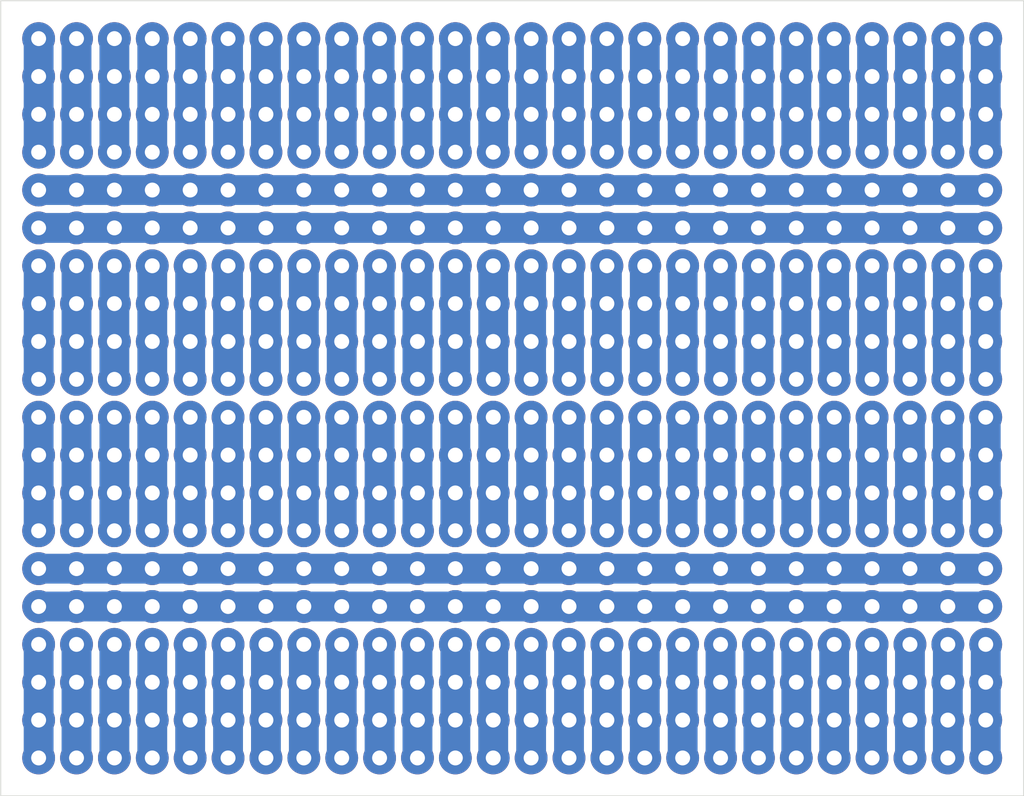
<source format=kicad_pcb>
(kicad_pcb (version 20171130) (host pcbnew "(5.1.8)-1")

  (general
    (thickness 1.6)
    (drawings 5)
    (tracks 628)
    (zones 0)
    (modules 0)
    (nets 1)
  )

  (page A4 portrait)
  (layers
    (0 F.Cu signal)
    (31 B.Cu signal)
    (32 B.Adhes user)
    (33 F.Adhes user)
    (34 B.Paste user)
    (35 F.Paste user)
    (36 B.SilkS user)
    (37 F.SilkS user)
    (38 B.Mask user)
    (39 F.Mask user)
    (40 Dwgs.User user)
    (41 Cmts.User user)
    (42 Eco1.User user)
    (43 Eco2.User user)
    (44 Edge.Cuts user)
    (45 Margin user)
    (46 B.CrtYd user)
    (47 F.CrtYd user)
    (48 B.Fab user)
    (49 F.Fab user)
  )

  (setup
    (last_trace_width 2)
    (user_trace_width 2)
    (trace_clearance 0.2)
    (zone_clearance 0.508)
    (zone_45_only no)
    (trace_min 0.2)
    (via_size 0.8)
    (via_drill 0.4)
    (via_min_size 0.4)
    (via_min_drill 0.3)
    (user_via 2.2 1)
    (uvia_size 0.3)
    (uvia_drill 0.1)
    (uvias_allowed no)
    (uvia_min_size 0.2)
    (uvia_min_drill 0.1)
    (edge_width 0.05)
    (segment_width 0.2)
    (pcb_text_width 0.3)
    (pcb_text_size 1.5 1.5)
    (mod_edge_width 0.12)
    (mod_text_size 1 1)
    (mod_text_width 0.15)
    (pad_size 1.524 1.524)
    (pad_drill 0.762)
    (pad_to_mask_clearance 0)
    (aux_axis_origin 0 0)
    (visible_elements FFFFFF7F)
    (pcbplotparams
      (layerselection 0x010f0_ffffffff)
      (usegerberextensions false)
      (usegerberattributes true)
      (usegerberadvancedattributes true)
      (creategerberjobfile true)
      (excludeedgelayer true)
      (linewidth 0.100000)
      (plotframeref false)
      (viasonmask false)
      (mode 1)
      (useauxorigin false)
      (hpglpennumber 1)
      (hpglpenspeed 20)
      (hpglpendiameter 15.000000)
      (psnegative false)
      (psa4output false)
      (plotreference true)
      (plotvalue true)
      (plotinvisibletext false)
      (padsonsilk false)
      (subtractmaskfromsilk false)
      (outputformat 1)
      (mirror false)
      (drillshape 0)
      (scaleselection 1)
      (outputdirectory "gerber/"))
  )

  (net 0 "")

  (net_class Default "This is the default net class."
    (clearance 0.2)
    (trace_width 0.25)
    (via_dia 0.8)
    (via_drill 0.4)
    (uvia_dia 0.3)
    (uvia_drill 0.1)
  )

  (gr_poly (pts (xy 119.38 78.74) (xy 50.8 78.74) (xy 50.8 25.4) (xy 119.38 25.4)) (layer B.Mask) (width 0.1))
  (gr_line (start 50.8 78.74) (end 50.8 25.4) (layer Edge.Cuts) (width 0.05) (tstamp 61F0B2BC))
  (gr_line (start 119.38 78.74) (end 50.8 78.74) (layer Edge.Cuts) (width 0.05))
  (gr_line (start 119.38 25.4) (end 119.38 78.74) (layer Edge.Cuts) (width 0.05))
  (gr_line (start 50.8 25.4) (end 119.38 25.4) (layer Edge.Cuts) (width 0.05))

  (via (at 53.34 76.2) (size 2.2) (drill 1) (layers F.Cu B.Cu) (net 0))
  (via (at 53.34 73.66) (size 2.2) (drill 1) (layers F.Cu B.Cu) (net 0))
  (via (at 53.34 71.12) (size 2.2) (drill 1) (layers F.Cu B.Cu) (net 0))
  (via (at 53.34 68.58) (size 2.2) (drill 1) (layers F.Cu B.Cu) (net 0))
  (via (at 53.34 66.04) (size 2.2) (drill 1) (layers F.Cu B.Cu) (net 0))
  (via (at 53.34 63.5) (size 2.2) (drill 1) (layers F.Cu B.Cu) (net 0))
  (via (at 53.34 60.96) (size 2.2) (drill 1) (layers F.Cu B.Cu) (net 0))
  (via (at 53.34 58.42) (size 2.2) (drill 1) (layers F.Cu B.Cu) (net 0))
  (via (at 53.34 55.88) (size 2.2) (drill 1) (layers F.Cu B.Cu) (net 0))
  (via (at 53.34 53.34) (size 2.2) (drill 1) (layers F.Cu B.Cu) (net 0))
  (via (at 53.34 50.8) (size 2.2) (drill 1) (layers F.Cu B.Cu) (net 0))
  (via (at 53.34 48.26) (size 2.2) (drill 1) (layers F.Cu B.Cu) (net 0))
  (via (at 53.34 45.72) (size 2.2) (drill 1) (layers F.Cu B.Cu) (net 0))
  (via (at 53.34 43.18) (size 2.2) (drill 1) (layers F.Cu B.Cu) (net 0))
  (via (at 53.34 40.64) (size 2.2) (drill 1) (layers F.Cu B.Cu) (net 0))
  (via (at 53.34 38.1) (size 2.2) (drill 1) (layers F.Cu B.Cu) (net 0))
  (via (at 53.34 35.56) (size 2.2) (drill 1) (layers F.Cu B.Cu) (net 0))
  (via (at 53.34 33.02) (size 2.2) (drill 1) (layers F.Cu B.Cu) (net 0))
  (via (at 53.34 30.48) (size 2.2) (drill 1) (layers F.Cu B.Cu) (net 0))
  (via (at 53.34 27.94) (size 2.2) (drill 1) (layers F.Cu B.Cu) (net 0))
  (segment (start 53.34 68.58) (end 53.34 76.2) (width 2) (layer B.Cu) (net 0))
  (segment (start 53.34 66.04) (end 116.84 66.04) (width 2) (layer B.Cu) (net 0))
  (segment (start 53.34 63.5) (end 116.84 63.5) (width 2) (layer B.Cu) (net 0))
  (segment (start 53.34 60.96) (end 53.34 53.34) (width 2) (layer B.Cu) (net 0))
  (segment (start 53.34 40.64) (end 116.84 40.64) (width 2) (layer B.Cu) (net 0) (tstamp 61F0B2BF))
  (segment (start 53.34 38.1) (end 116.84 38.1) (width 2) (layer B.Cu) (net 0) (tstamp 61F0B2BF))
  (segment (start 53.34 43.18) (end 53.34 50.8) (width 2) (layer B.Cu) (net 0))
  (segment (start 53.34 27.94) (end 53.34 35.56) (width 2) (layer B.Cu) (net 0))
  (via (at 55.88 45.72) (size 2.2) (drill 1) (layers F.Cu B.Cu) (net 0) (tstamp 61F0B2C8))
  (via (at 55.88 50.8) (size 2.2) (drill 1) (layers F.Cu B.Cu) (net 0) (tstamp 61F0B2C9))
  (via (at 55.88 38.1) (size 2.2) (drill 1) (layers F.Cu B.Cu) (net 0) (tstamp 61F0B2CA))
  (via (at 55.88 58.42) (size 2.2) (drill 1) (layers F.Cu B.Cu) (net 0) (tstamp 61F0B2CB))
  (via (at 55.88 27.94) (size 2.2) (drill 1) (layers F.Cu B.Cu) (net 0) (tstamp 61F0B2CC))
  (via (at 55.88 33.02) (size 2.2) (drill 1) (layers F.Cu B.Cu) (net 0) (tstamp 61F0B2CD))
  (via (at 55.88 35.56) (size 2.2) (drill 1) (layers F.Cu B.Cu) (net 0) (tstamp 61F0B2CE))
  (via (at 55.88 30.48) (size 2.2) (drill 1) (layers F.Cu B.Cu) (net 0) (tstamp 61F0B2CF))
  (via (at 55.88 63.5) (size 2.2) (drill 1) (layers F.Cu B.Cu) (net 0) (tstamp 61F0B2D0))
  (via (at 55.88 60.96) (size 2.2) (drill 1) (layers F.Cu B.Cu) (net 0) (tstamp 61F0B2D1))
  (via (at 55.88 71.12) (size 2.2) (drill 1) (layers F.Cu B.Cu) (net 0) (tstamp 61F0B2D2))
  (via (at 55.88 76.2) (size 2.2) (drill 1) (layers F.Cu B.Cu) (net 0) (tstamp 61F0B2D3))
  (via (at 55.88 68.58) (size 2.2) (drill 1) (layers F.Cu B.Cu) (net 0) (tstamp 61F0B2D4))
  (via (at 55.88 53.34) (size 2.2) (drill 1) (layers F.Cu B.Cu) (net 0) (tstamp 61F0B2D5))
  (via (at 55.88 73.66) (size 2.2) (drill 1) (layers F.Cu B.Cu) (net 0) (tstamp 61F0B2D6))
  (via (at 55.88 40.64) (size 2.2) (drill 1) (layers F.Cu B.Cu) (net 0) (tstamp 61F0B2D7))
  (via (at 55.88 55.88) (size 2.2) (drill 1) (layers F.Cu B.Cu) (net 0) (tstamp 61F0B2D8))
  (via (at 55.88 66.04) (size 2.2) (drill 1) (layers F.Cu B.Cu) (net 0) (tstamp 61F0B2D9))
  (via (at 55.88 48.26) (size 2.2) (drill 1) (layers F.Cu B.Cu) (net 0) (tstamp 61F0B2DA))
  (via (at 55.88 43.18) (size 2.2) (drill 1) (layers F.Cu B.Cu) (net 0) (tstamp 61F0B2DB))
  (segment (start 55.88 27.94) (end 55.88 35.56) (width 2) (layer B.Cu) (net 0) (tstamp 61F0B2DC))
  (segment (start 55.88 60.96) (end 55.88 53.34) (width 2) (layer B.Cu) (net 0) (tstamp 61F0B2DD))
  (segment (start 55.88 68.58) (end 55.88 76.2) (width 2) (layer B.Cu) (net 0) (tstamp 61F0B2DE))
  (segment (start 55.88 43.18) (end 55.88 50.8) (width 2) (layer B.Cu) (net 0) (tstamp 61F0B2DF))
  (via (at 58.42 45.72) (size 2.2) (drill 1) (layers F.Cu B.Cu) (net 0) (tstamp 61F0B2C8))
  (via (at 58.42 50.8) (size 2.2) (drill 1) (layers F.Cu B.Cu) (net 0) (tstamp 61F0B2C9))
  (via (at 58.42 38.1) (size 2.2) (drill 1) (layers F.Cu B.Cu) (net 0) (tstamp 61F0B2CA))
  (via (at 58.42 58.42) (size 2.2) (drill 1) (layers F.Cu B.Cu) (net 0) (tstamp 61F0B2CB))
  (via (at 58.42 27.94) (size 2.2) (drill 1) (layers F.Cu B.Cu) (net 0) (tstamp 61F0B2CC))
  (via (at 58.42 33.02) (size 2.2) (drill 1) (layers F.Cu B.Cu) (net 0) (tstamp 61F0B2CD))
  (via (at 58.42 35.56) (size 2.2) (drill 1) (layers F.Cu B.Cu) (net 0) (tstamp 61F0B2CE))
  (via (at 58.42 30.48) (size 2.2) (drill 1) (layers F.Cu B.Cu) (net 0) (tstamp 61F0B2CF))
  (via (at 58.42 63.5) (size 2.2) (drill 1) (layers F.Cu B.Cu) (net 0) (tstamp 61F0B2D0))
  (via (at 58.42 60.96) (size 2.2) (drill 1) (layers F.Cu B.Cu) (net 0) (tstamp 61F0B2D1))
  (via (at 58.42 71.12) (size 2.2) (drill 1) (layers F.Cu B.Cu) (net 0) (tstamp 61F0B2D2))
  (via (at 58.42 76.2) (size 2.2) (drill 1) (layers F.Cu B.Cu) (net 0) (tstamp 61F0B2D3))
  (via (at 58.42 68.58) (size 2.2) (drill 1) (layers F.Cu B.Cu) (net 0) (tstamp 61F0B2D4))
  (via (at 58.42 53.34) (size 2.2) (drill 1) (layers F.Cu B.Cu) (net 0) (tstamp 61F0B2D5))
  (via (at 58.42 73.66) (size 2.2) (drill 1) (layers F.Cu B.Cu) (net 0) (tstamp 61F0B2D6))
  (via (at 58.42 40.64) (size 2.2) (drill 1) (layers F.Cu B.Cu) (net 0) (tstamp 61F0B2D7))
  (via (at 58.42 55.88) (size 2.2) (drill 1) (layers F.Cu B.Cu) (net 0) (tstamp 61F0B2D8))
  (via (at 58.42 66.04) (size 2.2) (drill 1) (layers F.Cu B.Cu) (net 0) (tstamp 61F0B2D9))
  (via (at 58.42 48.26) (size 2.2) (drill 1) (layers F.Cu B.Cu) (net 0) (tstamp 61F0B2DA))
  (via (at 58.42 43.18) (size 2.2) (drill 1) (layers F.Cu B.Cu) (net 0) (tstamp 61F0B2DB))
  (segment (start 58.42 27.94) (end 58.42 35.56) (width 2) (layer B.Cu) (net 0) (tstamp 61F0B2DC))
  (segment (start 58.42 60.96) (end 58.42 53.34) (width 2) (layer B.Cu) (net 0) (tstamp 61F0B2DD))
  (segment (start 58.42 68.58) (end 58.42 76.2) (width 2) (layer B.Cu) (net 0) (tstamp 61F0B2DE))
  (segment (start 58.42 43.18) (end 58.42 50.8) (width 2) (layer B.Cu) (net 0) (tstamp 61F0B2DF))
  (via (at 60.96 45.72) (size 2.2) (drill 1) (layers F.Cu B.Cu) (net 0) (tstamp 61F0B2C8))
  (via (at 60.96 50.8) (size 2.2) (drill 1) (layers F.Cu B.Cu) (net 0) (tstamp 61F0B2C9))
  (via (at 60.96 38.1) (size 2.2) (drill 1) (layers F.Cu B.Cu) (net 0) (tstamp 61F0B2CA))
  (via (at 60.96 58.42) (size 2.2) (drill 1) (layers F.Cu B.Cu) (net 0) (tstamp 61F0B2CB))
  (via (at 60.96 27.94) (size 2.2) (drill 1) (layers F.Cu B.Cu) (net 0) (tstamp 61F0B2CC))
  (via (at 60.96 33.02) (size 2.2) (drill 1) (layers F.Cu B.Cu) (net 0) (tstamp 61F0B2CD))
  (via (at 60.96 35.56) (size 2.2) (drill 1) (layers F.Cu B.Cu) (net 0) (tstamp 61F0B2CE))
  (via (at 60.96 30.48) (size 2.2) (drill 1) (layers F.Cu B.Cu) (net 0) (tstamp 61F0B2CF))
  (via (at 60.96 63.5) (size 2.2) (drill 1) (layers F.Cu B.Cu) (net 0) (tstamp 61F0B2D0))
  (via (at 60.96 60.96) (size 2.2) (drill 1) (layers F.Cu B.Cu) (net 0) (tstamp 61F0B2D1))
  (via (at 60.96 71.12) (size 2.2) (drill 1) (layers F.Cu B.Cu) (net 0) (tstamp 61F0B2D2))
  (via (at 60.96 76.2) (size 2.2) (drill 1) (layers F.Cu B.Cu) (net 0) (tstamp 61F0B2D3))
  (via (at 60.96 68.58) (size 2.2) (drill 1) (layers F.Cu B.Cu) (net 0) (tstamp 61F0B2D4))
  (via (at 60.96 53.34) (size 2.2) (drill 1) (layers F.Cu B.Cu) (net 0) (tstamp 61F0B2D5))
  (via (at 60.96 73.66) (size 2.2) (drill 1) (layers F.Cu B.Cu) (net 0) (tstamp 61F0B2D6))
  (via (at 60.96 40.64) (size 2.2) (drill 1) (layers F.Cu B.Cu) (net 0) (tstamp 61F0B2D7))
  (via (at 60.96 55.88) (size 2.2) (drill 1) (layers F.Cu B.Cu) (net 0) (tstamp 61F0B2D8))
  (via (at 60.96 66.04) (size 2.2) (drill 1) (layers F.Cu B.Cu) (net 0) (tstamp 61F0B2D9))
  (via (at 60.96 48.26) (size 2.2) (drill 1) (layers F.Cu B.Cu) (net 0) (tstamp 61F0B2DA))
  (via (at 60.96 43.18) (size 2.2) (drill 1) (layers F.Cu B.Cu) (net 0) (tstamp 61F0B2DB))
  (segment (start 60.96 27.94) (end 60.96 35.56) (width 2) (layer B.Cu) (net 0) (tstamp 61F0B2DC))
  (segment (start 60.96 60.96) (end 60.96 53.34) (width 2) (layer B.Cu) (net 0) (tstamp 61F0B2DD))
  (segment (start 60.96 68.58) (end 60.96 76.2) (width 2) (layer B.Cu) (net 0) (tstamp 61F0B2DE))
  (segment (start 60.96 43.18) (end 60.96 50.8) (width 2) (layer B.Cu) (net 0) (tstamp 61F0B2DF))
  (via (at 68.58 33.02) (size 2.2) (drill 1) (layers F.Cu B.Cu) (net 0) (tstamp 61F0B329))
  (via (at 63.5 45.72) (size 2.2) (drill 1) (layers F.Cu B.Cu) (net 0) (tstamp 61F0B32A))
  (via (at 63.5 50.8) (size 2.2) (drill 1) (layers F.Cu B.Cu) (net 0) (tstamp 61F0B32B))
  (via (at 68.58 68.58) (size 2.2) (drill 1) (layers F.Cu B.Cu) (net 0) (tstamp 61F0B32C))
  (via (at 71.12 58.42) (size 2.2) (drill 1) (layers F.Cu B.Cu) (net 0) (tstamp 61F0B32D))
  (via (at 66.04 55.88) (size 2.2) (drill 1) (layers F.Cu B.Cu) (net 0) (tstamp 61F0B32E))
  (via (at 63.5 38.1) (size 2.2) (drill 1) (layers F.Cu B.Cu) (net 0) (tstamp 61F0B32F))
  (via (at 68.58 60.96) (size 2.2) (drill 1) (layers F.Cu B.Cu) (net 0) (tstamp 61F0B330))
  (via (at 63.5 58.42) (size 2.2) (drill 1) (layers F.Cu B.Cu) (net 0) (tstamp 61F0B331))
  (via (at 68.58 71.12) (size 2.2) (drill 1) (layers F.Cu B.Cu) (net 0) (tstamp 61F0B332))
  (via (at 66.04 76.2) (size 2.2) (drill 1) (layers F.Cu B.Cu) (net 0) (tstamp 61F0B333))
  (via (at 66.04 53.34) (size 2.2) (drill 1) (layers F.Cu B.Cu) (net 0) (tstamp 61F0B334))
  (via (at 66.04 40.64) (size 2.2) (drill 1) (layers F.Cu B.Cu) (net 0) (tstamp 61F0B335))
  (via (at 68.58 27.94) (size 2.2) (drill 1) (layers F.Cu B.Cu) (net 0) (tstamp 61F0B336))
  (via (at 71.12 38.1) (size 2.2) (drill 1) (layers F.Cu B.Cu) (net 0) (tstamp 61F0B337))
  (via (at 71.12 73.66) (size 2.2) (drill 1) (layers F.Cu B.Cu) (net 0) (tstamp 61F0B338))
  (via (at 71.12 27.94) (size 2.2) (drill 1) (layers F.Cu B.Cu) (net 0) (tstamp 61F0B339))
  (via (at 71.12 55.88) (size 2.2) (drill 1) (layers F.Cu B.Cu) (net 0) (tstamp 61F0B33A))
  (via (at 63.5 27.94) (size 2.2) (drill 1) (layers F.Cu B.Cu) (net 0) (tstamp 61F0B33B))
  (via (at 71.12 35.56) (size 2.2) (drill 1) (layers F.Cu B.Cu) (net 0) (tstamp 61F0B33C))
  (via (at 71.12 33.02) (size 2.2) (drill 1) (layers F.Cu B.Cu) (net 0) (tstamp 61F0B33D))
  (via (at 71.12 30.48) (size 2.2) (drill 1) (layers F.Cu B.Cu) (net 0) (tstamp 61F0B33E))
  (via (at 71.12 71.12) (size 2.2) (drill 1) (layers F.Cu B.Cu) (net 0) (tstamp 61F0B33F))
  (via (at 71.12 60.96) (size 2.2) (drill 1) (layers F.Cu B.Cu) (net 0) (tstamp 61F0B340))
  (via (at 71.12 45.72) (size 2.2) (drill 1) (layers F.Cu B.Cu) (net 0) (tstamp 61F0B341))
  (via (at 71.12 53.34) (size 2.2) (drill 1) (layers F.Cu B.Cu) (net 0) (tstamp 61F0B342))
  (via (at 68.58 43.18) (size 2.2) (drill 1) (layers F.Cu B.Cu) (net 0) (tstamp 61F0B343))
  (via (at 71.12 76.2) (size 2.2) (drill 1) (layers F.Cu B.Cu) (net 0) (tstamp 61F0B344))
  (via (at 71.12 50.8) (size 2.2) (drill 1) (layers F.Cu B.Cu) (net 0) (tstamp 61F0B345))
  (via (at 71.12 68.58) (size 2.2) (drill 1) (layers F.Cu B.Cu) (net 0) (tstamp 61F0B346))
  (via (at 71.12 63.5) (size 2.2) (drill 1) (layers F.Cu B.Cu) (net 0) (tstamp 61F0B347))
  (via (at 71.12 66.04) (size 2.2) (drill 1) (layers F.Cu B.Cu) (net 0) (tstamp 61F0B348))
  (via (at 66.04 27.94) (size 2.2) (drill 1) (layers F.Cu B.Cu) (net 0) (tstamp 61F0B349))
  (via (at 68.58 45.72) (size 2.2) (drill 1) (layers F.Cu B.Cu) (net 0) (tstamp 61F0B34A))
  (via (at 68.58 63.5) (size 2.2) (drill 1) (layers F.Cu B.Cu) (net 0) (tstamp 61F0B34B))
  (via (at 63.5 33.02) (size 2.2) (drill 1) (layers F.Cu B.Cu) (net 0) (tstamp 61F0B34C))
  (via (at 68.58 40.64) (size 2.2) (drill 1) (layers F.Cu B.Cu) (net 0) (tstamp 61F0B34D))
  (via (at 63.5 35.56) (size 2.2) (drill 1) (layers F.Cu B.Cu) (net 0) (tstamp 61F0B34E))
  (via (at 68.58 66.04) (size 2.2) (drill 1) (layers F.Cu B.Cu) (net 0) (tstamp 61F0B34F))
  (via (at 63.5 30.48) (size 2.2) (drill 1) (layers F.Cu B.Cu) (net 0) (tstamp 61F0B350))
  (via (at 68.58 76.2) (size 2.2) (drill 1) (layers F.Cu B.Cu) (net 0) (tstamp 61F0B351))
  (via (at 68.58 38.1) (size 2.2) (drill 1) (layers F.Cu B.Cu) (net 0) (tstamp 61F0B352))
  (via (at 66.04 68.58) (size 2.2) (drill 1) (layers F.Cu B.Cu) (net 0) (tstamp 61F0B353))
  (via (at 66.04 73.66) (size 2.2) (drill 1) (layers F.Cu B.Cu) (net 0) (tstamp 61F0B354))
  (via (at 68.58 50.8) (size 2.2) (drill 1) (layers F.Cu B.Cu) (net 0) (tstamp 61F0B355))
  (via (at 63.5 63.5) (size 2.2) (drill 1) (layers F.Cu B.Cu) (net 0) (tstamp 61F0B356))
  (via (at 63.5 60.96) (size 2.2) (drill 1) (layers F.Cu B.Cu) (net 0) (tstamp 61F0B357))
  (via (at 68.58 53.34) (size 2.2) (drill 1) (layers F.Cu B.Cu) (net 0) (tstamp 61F0B358))
  (via (at 68.58 73.66) (size 2.2) (drill 1) (layers F.Cu B.Cu) (net 0) (tstamp 61F0B359))
  (via (at 68.58 48.26) (size 2.2) (drill 1) (layers F.Cu B.Cu) (net 0) (tstamp 61F0B35A))
  (via (at 66.04 43.18) (size 2.2) (drill 1) (layers F.Cu B.Cu) (net 0) (tstamp 61F0B35B))
  (via (at 71.12 43.18) (size 2.2) (drill 1) (layers F.Cu B.Cu) (net 0) (tstamp 61F0B35C))
  (via (at 63.5 71.12) (size 2.2) (drill 1) (layers F.Cu B.Cu) (net 0) (tstamp 61F0B35D))
  (via (at 68.58 35.56) (size 2.2) (drill 1) (layers F.Cu B.Cu) (net 0) (tstamp 61F0B35E))
  (via (at 68.58 55.88) (size 2.2) (drill 1) (layers F.Cu B.Cu) (net 0) (tstamp 61F0B35F))
  (via (at 63.5 76.2) (size 2.2) (drill 1) (layers F.Cu B.Cu) (net 0) (tstamp 61F0B360))
  (via (at 66.04 60.96) (size 2.2) (drill 1) (layers F.Cu B.Cu) (net 0) (tstamp 61F0B361))
  (via (at 66.04 48.26) (size 2.2) (drill 1) (layers F.Cu B.Cu) (net 0) (tstamp 61F0B362))
  (via (at 66.04 35.56) (size 2.2) (drill 1) (layers F.Cu B.Cu) (net 0) (tstamp 61F0B363))
  (via (at 66.04 30.48) (size 2.2) (drill 1) (layers F.Cu B.Cu) (net 0) (tstamp 61F0B364))
  (via (at 63.5 68.58) (size 2.2) (drill 1) (layers F.Cu B.Cu) (net 0) (tstamp 61F0B365))
  (via (at 66.04 71.12) (size 2.2) (drill 1) (layers F.Cu B.Cu) (net 0) (tstamp 61F0B366))
  (via (at 63.5 53.34) (size 2.2) (drill 1) (layers F.Cu B.Cu) (net 0) (tstamp 61F0B367))
  (via (at 63.5 73.66) (size 2.2) (drill 1) (layers F.Cu B.Cu) (net 0) (tstamp 61F0B368))
  (via (at 66.04 63.5) (size 2.2) (drill 1) (layers F.Cu B.Cu) (net 0) (tstamp 61F0B369))
  (via (at 68.58 58.42) (size 2.2) (drill 1) (layers F.Cu B.Cu) (net 0) (tstamp 61F0B36A))
  (via (at 66.04 66.04) (size 2.2) (drill 1) (layers F.Cu B.Cu) (net 0) (tstamp 61F0B36B))
  (via (at 63.5 40.64) (size 2.2) (drill 1) (layers F.Cu B.Cu) (net 0) (tstamp 61F0B36C))
  (via (at 66.04 58.42) (size 2.2) (drill 1) (layers F.Cu B.Cu) (net 0) (tstamp 61F0B36D))
  (via (at 71.12 40.64) (size 2.2) (drill 1) (layers F.Cu B.Cu) (net 0) (tstamp 61F0B36E))
  (via (at 63.5 55.88) (size 2.2) (drill 1) (layers F.Cu B.Cu) (net 0) (tstamp 61F0B36F))
  (via (at 68.58 30.48) (size 2.2) (drill 1) (layers F.Cu B.Cu) (net 0) (tstamp 61F0B370))
  (via (at 66.04 50.8) (size 2.2) (drill 1) (layers F.Cu B.Cu) (net 0) (tstamp 61F0B371))
  (via (at 63.5 66.04) (size 2.2) (drill 1) (layers F.Cu B.Cu) (net 0) (tstamp 61F0B372))
  (via (at 71.12 48.26) (size 2.2) (drill 1) (layers F.Cu B.Cu) (net 0) (tstamp 61F0B373))
  (via (at 66.04 38.1) (size 2.2) (drill 1) (layers F.Cu B.Cu) (net 0) (tstamp 61F0B374))
  (via (at 63.5 48.26) (size 2.2) (drill 1) (layers F.Cu B.Cu) (net 0) (tstamp 61F0B375))
  (via (at 63.5 43.18) (size 2.2) (drill 1) (layers F.Cu B.Cu) (net 0) (tstamp 61F0B376))
  (via (at 66.04 33.02) (size 2.2) (drill 1) (layers F.Cu B.Cu) (net 0) (tstamp 61F0B377))
  (via (at 66.04 45.72) (size 2.2) (drill 1) (layers F.Cu B.Cu) (net 0) (tstamp 61F0B378))
  (segment (start 68.58 68.58) (end 68.58 76.2) (width 2) (layer B.Cu) (net 0) (tstamp 61F0B379))
  (segment (start 68.58 43.18) (end 68.58 50.8) (width 2) (layer B.Cu) (net 0) (tstamp 61F0B37A))
  (segment (start 68.58 60.96) (end 68.58 53.34) (width 2) (layer B.Cu) (net 0) (tstamp 61F0B37B))
  (segment (start 68.58 27.94) (end 68.58 35.56) (width 2) (layer B.Cu) (net 0) (tstamp 61F0B37C))
  (segment (start 71.12 68.58) (end 71.12 76.2) (width 2) (layer B.Cu) (net 0) (tstamp 61F0B37D))
  (segment (start 71.12 43.18) (end 71.12 50.8) (width 2) (layer B.Cu) (net 0) (tstamp 61F0B37E))
  (segment (start 71.12 60.96) (end 71.12 53.34) (width 2) (layer B.Cu) (net 0) (tstamp 61F0B37F))
  (segment (start 63.5 27.94) (end 63.5 35.56) (width 2) (layer B.Cu) (net 0) (tstamp 61F0B380))
  (segment (start 66.04 60.96) (end 66.04 53.34) (width 2) (layer B.Cu) (net 0) (tstamp 61F0B381))
  (segment (start 66.04 43.18) (end 66.04 50.8) (width 2) (layer B.Cu) (net 0) (tstamp 61F0B382))
  (segment (start 66.04 68.58) (end 66.04 76.2) (width 2) (layer B.Cu) (net 0) (tstamp 61F0B383))
  (segment (start 63.5 60.96) (end 63.5 53.34) (width 2) (layer B.Cu) (net 0) (tstamp 61F0B384))
  (segment (start 63.5 68.58) (end 63.5 76.2) (width 2) (layer B.Cu) (net 0) (tstamp 61F0B385))
  (segment (start 71.12 27.94) (end 71.12 35.56) (width 2) (layer B.Cu) (net 0) (tstamp 61F0B386))
  (segment (start 63.5 43.18) (end 63.5 50.8) (width 2) (layer B.Cu) (net 0) (tstamp 61F0B387))
  (segment (start 66.04 27.94) (end 66.04 35.56) (width 2) (layer B.Cu) (net 0) (tstamp 61F0B388))
  (via (at 78.74 33.02) (size 2.2) (drill 1) (layers F.Cu B.Cu) (net 0) (tstamp 61F0B329))
  (via (at 73.66 45.72) (size 2.2) (drill 1) (layers F.Cu B.Cu) (net 0) (tstamp 61F0B32A))
  (via (at 73.66 50.8) (size 2.2) (drill 1) (layers F.Cu B.Cu) (net 0) (tstamp 61F0B32B))
  (via (at 78.74 68.58) (size 2.2) (drill 1) (layers F.Cu B.Cu) (net 0) (tstamp 61F0B32C))
  (via (at 81.28 58.42) (size 2.2) (drill 1) (layers F.Cu B.Cu) (net 0) (tstamp 61F0B32D))
  (via (at 76.2 55.88) (size 2.2) (drill 1) (layers F.Cu B.Cu) (net 0) (tstamp 61F0B32E))
  (via (at 73.66 38.1) (size 2.2) (drill 1) (layers F.Cu B.Cu) (net 0) (tstamp 61F0B32F))
  (via (at 78.74 60.96) (size 2.2) (drill 1) (layers F.Cu B.Cu) (net 0) (tstamp 61F0B330))
  (via (at 73.66 58.42) (size 2.2) (drill 1) (layers F.Cu B.Cu) (net 0) (tstamp 61F0B331))
  (via (at 78.74 71.12) (size 2.2) (drill 1) (layers F.Cu B.Cu) (net 0) (tstamp 61F0B332))
  (via (at 76.2 76.2) (size 2.2) (drill 1) (layers F.Cu B.Cu) (net 0) (tstamp 61F0B333))
  (via (at 76.2 53.34) (size 2.2) (drill 1) (layers F.Cu B.Cu) (net 0) (tstamp 61F0B334))
  (via (at 76.2 40.64) (size 2.2) (drill 1) (layers F.Cu B.Cu) (net 0) (tstamp 61F0B335))
  (via (at 78.74 27.94) (size 2.2) (drill 1) (layers F.Cu B.Cu) (net 0) (tstamp 61F0B336))
  (via (at 81.28 38.1) (size 2.2) (drill 1) (layers F.Cu B.Cu) (net 0) (tstamp 61F0B337))
  (via (at 81.28 73.66) (size 2.2) (drill 1) (layers F.Cu B.Cu) (net 0) (tstamp 61F0B338))
  (via (at 81.28 27.94) (size 2.2) (drill 1) (layers F.Cu B.Cu) (net 0) (tstamp 61F0B339))
  (via (at 81.28 55.88) (size 2.2) (drill 1) (layers F.Cu B.Cu) (net 0) (tstamp 61F0B33A))
  (via (at 73.66 27.94) (size 2.2) (drill 1) (layers F.Cu B.Cu) (net 0) (tstamp 61F0B33B))
  (via (at 81.28 35.56) (size 2.2) (drill 1) (layers F.Cu B.Cu) (net 0) (tstamp 61F0B33C))
  (via (at 81.28 33.02) (size 2.2) (drill 1) (layers F.Cu B.Cu) (net 0) (tstamp 61F0B33D))
  (via (at 81.28 30.48) (size 2.2) (drill 1) (layers F.Cu B.Cu) (net 0) (tstamp 61F0B33E))
  (via (at 81.28 71.12) (size 2.2) (drill 1) (layers F.Cu B.Cu) (net 0) (tstamp 61F0B33F))
  (via (at 81.28 60.96) (size 2.2) (drill 1) (layers F.Cu B.Cu) (net 0) (tstamp 61F0B340))
  (via (at 81.28 45.72) (size 2.2) (drill 1) (layers F.Cu B.Cu) (net 0) (tstamp 61F0B341))
  (via (at 81.28 53.34) (size 2.2) (drill 1) (layers F.Cu B.Cu) (net 0) (tstamp 61F0B342))
  (via (at 78.74 43.18) (size 2.2) (drill 1) (layers F.Cu B.Cu) (net 0) (tstamp 61F0B343))
  (via (at 81.28 76.2) (size 2.2) (drill 1) (layers F.Cu B.Cu) (net 0) (tstamp 61F0B344))
  (via (at 81.28 50.8) (size 2.2) (drill 1) (layers F.Cu B.Cu) (net 0) (tstamp 61F0B345))
  (via (at 81.28 68.58) (size 2.2) (drill 1) (layers F.Cu B.Cu) (net 0) (tstamp 61F0B346))
  (via (at 81.28 63.5) (size 2.2) (drill 1) (layers F.Cu B.Cu) (net 0) (tstamp 61F0B347))
  (via (at 81.28 66.04) (size 2.2) (drill 1) (layers F.Cu B.Cu) (net 0) (tstamp 61F0B348))
  (via (at 76.2 27.94) (size 2.2) (drill 1) (layers F.Cu B.Cu) (net 0) (tstamp 61F0B349))
  (via (at 78.74 45.72) (size 2.2) (drill 1) (layers F.Cu B.Cu) (net 0) (tstamp 61F0B34A))
  (via (at 78.74 63.5) (size 2.2) (drill 1) (layers F.Cu B.Cu) (net 0) (tstamp 61F0B34B))
  (via (at 73.66 33.02) (size 2.2) (drill 1) (layers F.Cu B.Cu) (net 0) (tstamp 61F0B34C))
  (via (at 78.74 40.64) (size 2.2) (drill 1) (layers F.Cu B.Cu) (net 0) (tstamp 61F0B34D))
  (via (at 73.66 35.56) (size 2.2) (drill 1) (layers F.Cu B.Cu) (net 0) (tstamp 61F0B34E))
  (via (at 78.74 66.04) (size 2.2) (drill 1) (layers F.Cu B.Cu) (net 0) (tstamp 61F0B34F))
  (via (at 73.66 30.48) (size 2.2) (drill 1) (layers F.Cu B.Cu) (net 0) (tstamp 61F0B350))
  (via (at 78.74 76.2) (size 2.2) (drill 1) (layers F.Cu B.Cu) (net 0) (tstamp 61F0B351))
  (via (at 78.74 38.1) (size 2.2) (drill 1) (layers F.Cu B.Cu) (net 0) (tstamp 61F0B352))
  (via (at 76.2 68.58) (size 2.2) (drill 1) (layers F.Cu B.Cu) (net 0) (tstamp 61F0B353))
  (via (at 76.2 73.66) (size 2.2) (drill 1) (layers F.Cu B.Cu) (net 0) (tstamp 61F0B354))
  (via (at 78.74 50.8) (size 2.2) (drill 1) (layers F.Cu B.Cu) (net 0) (tstamp 61F0B355))
  (via (at 73.66 63.5) (size 2.2) (drill 1) (layers F.Cu B.Cu) (net 0) (tstamp 61F0B356))
  (via (at 73.66 60.96) (size 2.2) (drill 1) (layers F.Cu B.Cu) (net 0) (tstamp 61F0B357))
  (via (at 78.74 53.34) (size 2.2) (drill 1) (layers F.Cu B.Cu) (net 0) (tstamp 61F0B358))
  (via (at 78.74 73.66) (size 2.2) (drill 1) (layers F.Cu B.Cu) (net 0) (tstamp 61F0B359))
  (via (at 78.74 48.26) (size 2.2) (drill 1) (layers F.Cu B.Cu) (net 0) (tstamp 61F0B35A))
  (via (at 76.2 43.18) (size 2.2) (drill 1) (layers F.Cu B.Cu) (net 0) (tstamp 61F0B35B))
  (via (at 81.28 43.18) (size 2.2) (drill 1) (layers F.Cu B.Cu) (net 0) (tstamp 61F0B35C))
  (via (at 73.66 71.12) (size 2.2) (drill 1) (layers F.Cu B.Cu) (net 0) (tstamp 61F0B35D))
  (via (at 78.74 35.56) (size 2.2) (drill 1) (layers F.Cu B.Cu) (net 0) (tstamp 61F0B35E))
  (via (at 78.74 55.88) (size 2.2) (drill 1) (layers F.Cu B.Cu) (net 0) (tstamp 61F0B35F))
  (via (at 73.66 76.2) (size 2.2) (drill 1) (layers F.Cu B.Cu) (net 0) (tstamp 61F0B360))
  (via (at 76.2 60.96) (size 2.2) (drill 1) (layers F.Cu B.Cu) (net 0) (tstamp 61F0B361))
  (via (at 76.2 48.26) (size 2.2) (drill 1) (layers F.Cu B.Cu) (net 0) (tstamp 61F0B362))
  (via (at 76.2 35.56) (size 2.2) (drill 1) (layers F.Cu B.Cu) (net 0) (tstamp 61F0B363))
  (via (at 76.2 30.48) (size 2.2) (drill 1) (layers F.Cu B.Cu) (net 0) (tstamp 61F0B364))
  (via (at 73.66 68.58) (size 2.2) (drill 1) (layers F.Cu B.Cu) (net 0) (tstamp 61F0B365))
  (via (at 76.2 71.12) (size 2.2) (drill 1) (layers F.Cu B.Cu) (net 0) (tstamp 61F0B366))
  (via (at 73.66 53.34) (size 2.2) (drill 1) (layers F.Cu B.Cu) (net 0) (tstamp 61F0B367))
  (via (at 73.66 73.66) (size 2.2) (drill 1) (layers F.Cu B.Cu) (net 0) (tstamp 61F0B368))
  (via (at 76.2 63.5) (size 2.2) (drill 1) (layers F.Cu B.Cu) (net 0) (tstamp 61F0B369))
  (via (at 78.74 58.42) (size 2.2) (drill 1) (layers F.Cu B.Cu) (net 0) (tstamp 61F0B36A))
  (via (at 76.2 66.04) (size 2.2) (drill 1) (layers F.Cu B.Cu) (net 0) (tstamp 61F0B36B))
  (via (at 73.66 40.64) (size 2.2) (drill 1) (layers F.Cu B.Cu) (net 0) (tstamp 61F0B36C))
  (via (at 76.2 58.42) (size 2.2) (drill 1) (layers F.Cu B.Cu) (net 0) (tstamp 61F0B36D))
  (via (at 81.28 40.64) (size 2.2) (drill 1) (layers F.Cu B.Cu) (net 0) (tstamp 61F0B36E))
  (via (at 73.66 55.88) (size 2.2) (drill 1) (layers F.Cu B.Cu) (net 0) (tstamp 61F0B36F))
  (via (at 78.74 30.48) (size 2.2) (drill 1) (layers F.Cu B.Cu) (net 0) (tstamp 61F0B370))
  (via (at 76.2 50.8) (size 2.2) (drill 1) (layers F.Cu B.Cu) (net 0) (tstamp 61F0B371))
  (via (at 73.66 66.04) (size 2.2) (drill 1) (layers F.Cu B.Cu) (net 0) (tstamp 61F0B372))
  (via (at 81.28 48.26) (size 2.2) (drill 1) (layers F.Cu B.Cu) (net 0) (tstamp 61F0B373))
  (via (at 76.2 38.1) (size 2.2) (drill 1) (layers F.Cu B.Cu) (net 0) (tstamp 61F0B374))
  (via (at 73.66 48.26) (size 2.2) (drill 1) (layers F.Cu B.Cu) (net 0) (tstamp 61F0B375))
  (via (at 73.66 43.18) (size 2.2) (drill 1) (layers F.Cu B.Cu) (net 0) (tstamp 61F0B376))
  (via (at 76.2 33.02) (size 2.2) (drill 1) (layers F.Cu B.Cu) (net 0) (tstamp 61F0B377))
  (via (at 76.2 45.72) (size 2.2) (drill 1) (layers F.Cu B.Cu) (net 0) (tstamp 61F0B378))
  (segment (start 78.74 68.58) (end 78.74 76.2) (width 2) (layer B.Cu) (net 0) (tstamp 61F0B379))
  (segment (start 78.74 43.18) (end 78.74 50.8) (width 2) (layer B.Cu) (net 0) (tstamp 61F0B37A))
  (segment (start 78.74 60.96) (end 78.74 53.34) (width 2) (layer B.Cu) (net 0) (tstamp 61F0B37B))
  (segment (start 78.74 27.94) (end 78.74 35.56) (width 2) (layer B.Cu) (net 0) (tstamp 61F0B37C))
  (segment (start 81.28 68.58) (end 81.28 76.2) (width 2) (layer B.Cu) (net 0) (tstamp 61F0B37D))
  (segment (start 81.28 43.18) (end 81.28 50.8) (width 2) (layer B.Cu) (net 0) (tstamp 61F0B37E))
  (segment (start 81.28 60.96) (end 81.28 53.34) (width 2) (layer B.Cu) (net 0) (tstamp 61F0B37F))
  (segment (start 73.66 27.94) (end 73.66 35.56) (width 2) (layer B.Cu) (net 0) (tstamp 61F0B380))
  (segment (start 76.2 60.96) (end 76.2 53.34) (width 2) (layer B.Cu) (net 0) (tstamp 61F0B381))
  (segment (start 76.2 43.18) (end 76.2 50.8) (width 2) (layer B.Cu) (net 0) (tstamp 61F0B382))
  (segment (start 76.2 68.58) (end 76.2 76.2) (width 2) (layer B.Cu) (net 0) (tstamp 61F0B383))
  (segment (start 73.66 60.96) (end 73.66 53.34) (width 2) (layer B.Cu) (net 0) (tstamp 61F0B384))
  (segment (start 73.66 68.58) (end 73.66 76.2) (width 2) (layer B.Cu) (net 0) (tstamp 61F0B385))
  (segment (start 81.28 27.94) (end 81.28 35.56) (width 2) (layer B.Cu) (net 0) (tstamp 61F0B386))
  (segment (start 73.66 43.18) (end 73.66 50.8) (width 2) (layer B.Cu) (net 0) (tstamp 61F0B387))
  (segment (start 76.2 27.94) (end 76.2 35.56) (width 2) (layer B.Cu) (net 0) (tstamp 61F0B388))
  (via (at 88.9 33.02) (size 2.2) (drill 1) (layers F.Cu B.Cu) (net 0) (tstamp 61F0B329))
  (via (at 83.82 45.72) (size 2.2) (drill 1) (layers F.Cu B.Cu) (net 0) (tstamp 61F0B32A))
  (via (at 83.82 50.8) (size 2.2) (drill 1) (layers F.Cu B.Cu) (net 0) (tstamp 61F0B32B))
  (via (at 88.9 68.58) (size 2.2) (drill 1) (layers F.Cu B.Cu) (net 0) (tstamp 61F0B32C))
  (via (at 91.44 58.42) (size 2.2) (drill 1) (layers F.Cu B.Cu) (net 0) (tstamp 61F0B32D))
  (via (at 86.36 55.88) (size 2.2) (drill 1) (layers F.Cu B.Cu) (net 0) (tstamp 61F0B32E))
  (via (at 83.82 38.1) (size 2.2) (drill 1) (layers F.Cu B.Cu) (net 0) (tstamp 61F0B32F))
  (via (at 88.9 60.96) (size 2.2) (drill 1) (layers F.Cu B.Cu) (net 0) (tstamp 61F0B330))
  (via (at 83.82 58.42) (size 2.2) (drill 1) (layers F.Cu B.Cu) (net 0) (tstamp 61F0B331))
  (via (at 88.9 71.12) (size 2.2) (drill 1) (layers F.Cu B.Cu) (net 0) (tstamp 61F0B332))
  (via (at 86.36 76.2) (size 2.2) (drill 1) (layers F.Cu B.Cu) (net 0) (tstamp 61F0B333))
  (via (at 86.36 53.34) (size 2.2) (drill 1) (layers F.Cu B.Cu) (net 0) (tstamp 61F0B334))
  (via (at 86.36 40.64) (size 2.2) (drill 1) (layers F.Cu B.Cu) (net 0) (tstamp 61F0B335))
  (via (at 88.9 27.94) (size 2.2) (drill 1) (layers F.Cu B.Cu) (net 0) (tstamp 61F0B336))
  (via (at 91.44 38.1) (size 2.2) (drill 1) (layers F.Cu B.Cu) (net 0) (tstamp 61F0B337))
  (via (at 91.44 73.66) (size 2.2) (drill 1) (layers F.Cu B.Cu) (net 0) (tstamp 61F0B338))
  (via (at 91.44 27.94) (size 2.2) (drill 1) (layers F.Cu B.Cu) (net 0) (tstamp 61F0B339))
  (via (at 91.44 55.88) (size 2.2) (drill 1) (layers F.Cu B.Cu) (net 0) (tstamp 61F0B33A))
  (via (at 83.82 27.94) (size 2.2) (drill 1) (layers F.Cu B.Cu) (net 0) (tstamp 61F0B33B))
  (via (at 91.44 35.56) (size 2.2) (drill 1) (layers F.Cu B.Cu) (net 0) (tstamp 61F0B33C))
  (via (at 91.44 33.02) (size 2.2) (drill 1) (layers F.Cu B.Cu) (net 0) (tstamp 61F0B33D))
  (via (at 91.44 30.48) (size 2.2) (drill 1) (layers F.Cu B.Cu) (net 0) (tstamp 61F0B33E))
  (via (at 91.44 71.12) (size 2.2) (drill 1) (layers F.Cu B.Cu) (net 0) (tstamp 61F0B33F))
  (via (at 91.44 60.96) (size 2.2) (drill 1) (layers F.Cu B.Cu) (net 0) (tstamp 61F0B340))
  (via (at 91.44 45.72) (size 2.2) (drill 1) (layers F.Cu B.Cu) (net 0) (tstamp 61F0B341))
  (via (at 91.44 53.34) (size 2.2) (drill 1) (layers F.Cu B.Cu) (net 0) (tstamp 61F0B342))
  (via (at 88.9 43.18) (size 2.2) (drill 1) (layers F.Cu B.Cu) (net 0) (tstamp 61F0B343))
  (via (at 91.44 76.2) (size 2.2) (drill 1) (layers F.Cu B.Cu) (net 0) (tstamp 61F0B344))
  (via (at 91.44 50.8) (size 2.2) (drill 1) (layers F.Cu B.Cu) (net 0) (tstamp 61F0B345))
  (via (at 91.44 68.58) (size 2.2) (drill 1) (layers F.Cu B.Cu) (net 0) (tstamp 61F0B346))
  (via (at 91.44 63.5) (size 2.2) (drill 1) (layers F.Cu B.Cu) (net 0) (tstamp 61F0B347))
  (via (at 91.44 66.04) (size 2.2) (drill 1) (layers F.Cu B.Cu) (net 0) (tstamp 61F0B348))
  (via (at 86.36 27.94) (size 2.2) (drill 1) (layers F.Cu B.Cu) (net 0) (tstamp 61F0B349))
  (via (at 88.9 45.72) (size 2.2) (drill 1) (layers F.Cu B.Cu) (net 0) (tstamp 61F0B34A))
  (via (at 88.9 63.5) (size 2.2) (drill 1) (layers F.Cu B.Cu) (net 0) (tstamp 61F0B34B))
  (via (at 83.82 33.02) (size 2.2) (drill 1) (layers F.Cu B.Cu) (net 0) (tstamp 61F0B34C))
  (via (at 88.9 40.64) (size 2.2) (drill 1) (layers F.Cu B.Cu) (net 0) (tstamp 61F0B34D))
  (via (at 83.82 35.56) (size 2.2) (drill 1) (layers F.Cu B.Cu) (net 0) (tstamp 61F0B34E))
  (via (at 88.9 66.04) (size 2.2) (drill 1) (layers F.Cu B.Cu) (net 0) (tstamp 61F0B34F))
  (via (at 83.82 30.48) (size 2.2) (drill 1) (layers F.Cu B.Cu) (net 0) (tstamp 61F0B350))
  (via (at 88.9 76.2) (size 2.2) (drill 1) (layers F.Cu B.Cu) (net 0) (tstamp 61F0B351))
  (via (at 88.9 38.1) (size 2.2) (drill 1) (layers F.Cu B.Cu) (net 0) (tstamp 61F0B352))
  (via (at 86.36 68.58) (size 2.2) (drill 1) (layers F.Cu B.Cu) (net 0) (tstamp 61F0B353))
  (via (at 86.36 73.66) (size 2.2) (drill 1) (layers F.Cu B.Cu) (net 0) (tstamp 61F0B354))
  (via (at 88.9 50.8) (size 2.2) (drill 1) (layers F.Cu B.Cu) (net 0) (tstamp 61F0B355))
  (via (at 83.82 63.5) (size 2.2) (drill 1) (layers F.Cu B.Cu) (net 0) (tstamp 61F0B356))
  (via (at 83.82 60.96) (size 2.2) (drill 1) (layers F.Cu B.Cu) (net 0) (tstamp 61F0B357))
  (via (at 88.9 53.34) (size 2.2) (drill 1) (layers F.Cu B.Cu) (net 0) (tstamp 61F0B358))
  (via (at 88.9 73.66) (size 2.2) (drill 1) (layers F.Cu B.Cu) (net 0) (tstamp 61F0B359))
  (via (at 88.9 48.26) (size 2.2) (drill 1) (layers F.Cu B.Cu) (net 0) (tstamp 61F0B35A))
  (via (at 86.36 43.18) (size 2.2) (drill 1) (layers F.Cu B.Cu) (net 0) (tstamp 61F0B35B))
  (via (at 91.44 43.18) (size 2.2) (drill 1) (layers F.Cu B.Cu) (net 0) (tstamp 61F0B35C))
  (via (at 83.82 71.12) (size 2.2) (drill 1) (layers F.Cu B.Cu) (net 0) (tstamp 61F0B35D))
  (via (at 88.9 35.56) (size 2.2) (drill 1) (layers F.Cu B.Cu) (net 0) (tstamp 61F0B35E))
  (via (at 88.9 55.88) (size 2.2) (drill 1) (layers F.Cu B.Cu) (net 0) (tstamp 61F0B35F))
  (via (at 83.82 76.2) (size 2.2) (drill 1) (layers F.Cu B.Cu) (net 0) (tstamp 61F0B360))
  (via (at 86.36 60.96) (size 2.2) (drill 1) (layers F.Cu B.Cu) (net 0) (tstamp 61F0B361))
  (via (at 86.36 48.26) (size 2.2) (drill 1) (layers F.Cu B.Cu) (net 0) (tstamp 61F0B362))
  (via (at 86.36 35.56) (size 2.2) (drill 1) (layers F.Cu B.Cu) (net 0) (tstamp 61F0B363))
  (via (at 86.36 30.48) (size 2.2) (drill 1) (layers F.Cu B.Cu) (net 0) (tstamp 61F0B364))
  (via (at 83.82 68.58) (size 2.2) (drill 1) (layers F.Cu B.Cu) (net 0) (tstamp 61F0B365))
  (via (at 86.36 71.12) (size 2.2) (drill 1) (layers F.Cu B.Cu) (net 0) (tstamp 61F0B366))
  (via (at 83.82 53.34) (size 2.2) (drill 1) (layers F.Cu B.Cu) (net 0) (tstamp 61F0B367))
  (via (at 83.82 73.66) (size 2.2) (drill 1) (layers F.Cu B.Cu) (net 0) (tstamp 61F0B368))
  (via (at 86.36 63.5) (size 2.2) (drill 1) (layers F.Cu B.Cu) (net 0) (tstamp 61F0B369))
  (via (at 88.9 58.42) (size 2.2) (drill 1) (layers F.Cu B.Cu) (net 0) (tstamp 61F0B36A))
  (via (at 86.36 66.04) (size 2.2) (drill 1) (layers F.Cu B.Cu) (net 0) (tstamp 61F0B36B))
  (via (at 83.82 40.64) (size 2.2) (drill 1) (layers F.Cu B.Cu) (net 0) (tstamp 61F0B36C))
  (via (at 86.36 58.42) (size 2.2) (drill 1) (layers F.Cu B.Cu) (net 0) (tstamp 61F0B36D))
  (via (at 91.44 40.64) (size 2.2) (drill 1) (layers F.Cu B.Cu) (net 0) (tstamp 61F0B36E))
  (via (at 83.82 55.88) (size 2.2) (drill 1) (layers F.Cu B.Cu) (net 0) (tstamp 61F0B36F))
  (via (at 88.9 30.48) (size 2.2) (drill 1) (layers F.Cu B.Cu) (net 0) (tstamp 61F0B370))
  (via (at 86.36 50.8) (size 2.2) (drill 1) (layers F.Cu B.Cu) (net 0) (tstamp 61F0B371))
  (via (at 83.82 66.04) (size 2.2) (drill 1) (layers F.Cu B.Cu) (net 0) (tstamp 61F0B372))
  (via (at 91.44 48.26) (size 2.2) (drill 1) (layers F.Cu B.Cu) (net 0) (tstamp 61F0B373))
  (via (at 86.36 38.1) (size 2.2) (drill 1) (layers F.Cu B.Cu) (net 0) (tstamp 61F0B374))
  (via (at 83.82 48.26) (size 2.2) (drill 1) (layers F.Cu B.Cu) (net 0) (tstamp 61F0B375))
  (via (at 83.82 43.18) (size 2.2) (drill 1) (layers F.Cu B.Cu) (net 0) (tstamp 61F0B376))
  (via (at 86.36 33.02) (size 2.2) (drill 1) (layers F.Cu B.Cu) (net 0) (tstamp 61F0B377))
  (via (at 86.36 45.72) (size 2.2) (drill 1) (layers F.Cu B.Cu) (net 0) (tstamp 61F0B378))
  (segment (start 88.9 68.58) (end 88.9 76.2) (width 2) (layer B.Cu) (net 0) (tstamp 61F0B379))
  (segment (start 88.9 43.18) (end 88.9 50.8) (width 2) (layer B.Cu) (net 0) (tstamp 61F0B37A))
  (segment (start 88.9 60.96) (end 88.9 53.34) (width 2) (layer B.Cu) (net 0) (tstamp 61F0B37B))
  (segment (start 88.9 27.94) (end 88.9 35.56) (width 2) (layer B.Cu) (net 0) (tstamp 61F0B37C))
  (segment (start 91.44 68.58) (end 91.44 76.2) (width 2) (layer B.Cu) (net 0) (tstamp 61F0B37D))
  (segment (start 91.44 43.18) (end 91.44 50.8) (width 2) (layer B.Cu) (net 0) (tstamp 61F0B37E))
  (segment (start 91.44 60.96) (end 91.44 53.34) (width 2) (layer B.Cu) (net 0) (tstamp 61F0B37F))
  (segment (start 83.82 27.94) (end 83.82 35.56) (width 2) (layer B.Cu) (net 0) (tstamp 61F0B380))
  (segment (start 86.36 60.96) (end 86.36 53.34) (width 2) (layer B.Cu) (net 0) (tstamp 61F0B381))
  (segment (start 86.36 43.18) (end 86.36 50.8) (width 2) (layer B.Cu) (net 0) (tstamp 61F0B382))
  (segment (start 86.36 68.58) (end 86.36 76.2) (width 2) (layer B.Cu) (net 0) (tstamp 61F0B383))
  (segment (start 83.82 60.96) (end 83.82 53.34) (width 2) (layer B.Cu) (net 0) (tstamp 61F0B384))
  (segment (start 83.82 68.58) (end 83.82 76.2) (width 2) (layer B.Cu) (net 0) (tstamp 61F0B385))
  (segment (start 91.44 27.94) (end 91.44 35.56) (width 2) (layer B.Cu) (net 0) (tstamp 61F0B386))
  (segment (start 83.82 43.18) (end 83.82 50.8) (width 2) (layer B.Cu) (net 0) (tstamp 61F0B387))
  (segment (start 86.36 27.94) (end 86.36 35.56) (width 2) (layer B.Cu) (net 0) (tstamp 61F0B388))
  (via (at 99.06 33.02) (size 2.2) (drill 1) (layers F.Cu B.Cu) (net 0) (tstamp 61F0B329))
  (via (at 93.98 45.72) (size 2.2) (drill 1) (layers F.Cu B.Cu) (net 0) (tstamp 61F0B32A))
  (via (at 93.98 50.8) (size 2.2) (drill 1) (layers F.Cu B.Cu) (net 0) (tstamp 61F0B32B))
  (via (at 99.06 68.58) (size 2.2) (drill 1) (layers F.Cu B.Cu) (net 0) (tstamp 61F0B32C))
  (via (at 101.6 58.42) (size 2.2) (drill 1) (layers F.Cu B.Cu) (net 0) (tstamp 61F0B32D))
  (via (at 96.52 55.88) (size 2.2) (drill 1) (layers F.Cu B.Cu) (net 0) (tstamp 61F0B32E))
  (via (at 93.98 38.1) (size 2.2) (drill 1) (layers F.Cu B.Cu) (net 0) (tstamp 61F0B32F))
  (via (at 99.06 60.96) (size 2.2) (drill 1) (layers F.Cu B.Cu) (net 0) (tstamp 61F0B330))
  (via (at 93.98 58.42) (size 2.2) (drill 1) (layers F.Cu B.Cu) (net 0) (tstamp 61F0B331))
  (via (at 99.06 71.12) (size 2.2) (drill 1) (layers F.Cu B.Cu) (net 0) (tstamp 61F0B332))
  (via (at 96.52 76.2) (size 2.2) (drill 1) (layers F.Cu B.Cu) (net 0) (tstamp 61F0B333))
  (via (at 96.52 53.34) (size 2.2) (drill 1) (layers F.Cu B.Cu) (net 0) (tstamp 61F0B334))
  (via (at 96.52 40.64) (size 2.2) (drill 1) (layers F.Cu B.Cu) (net 0) (tstamp 61F0B335))
  (via (at 99.06 27.94) (size 2.2) (drill 1) (layers F.Cu B.Cu) (net 0) (tstamp 61F0B336))
  (via (at 101.6 38.1) (size 2.2) (drill 1) (layers F.Cu B.Cu) (net 0) (tstamp 61F0B337))
  (via (at 101.6 73.66) (size 2.2) (drill 1) (layers F.Cu B.Cu) (net 0) (tstamp 61F0B338))
  (via (at 101.6 27.94) (size 2.2) (drill 1) (layers F.Cu B.Cu) (net 0) (tstamp 61F0B339))
  (via (at 101.6 55.88) (size 2.2) (drill 1) (layers F.Cu B.Cu) (net 0) (tstamp 61F0B33A))
  (via (at 93.98 27.94) (size 2.2) (drill 1) (layers F.Cu B.Cu) (net 0) (tstamp 61F0B33B))
  (via (at 101.6 35.56) (size 2.2) (drill 1) (layers F.Cu B.Cu) (net 0) (tstamp 61F0B33C))
  (via (at 101.6 33.02) (size 2.2) (drill 1) (layers F.Cu B.Cu) (net 0) (tstamp 61F0B33D))
  (via (at 101.6 30.48) (size 2.2) (drill 1) (layers F.Cu B.Cu) (net 0) (tstamp 61F0B33E))
  (via (at 101.6 71.12) (size 2.2) (drill 1) (layers F.Cu B.Cu) (net 0) (tstamp 61F0B33F))
  (via (at 101.6 60.96) (size 2.2) (drill 1) (layers F.Cu B.Cu) (net 0) (tstamp 61F0B340))
  (via (at 101.6 45.72) (size 2.2) (drill 1) (layers F.Cu B.Cu) (net 0) (tstamp 61F0B341))
  (via (at 101.6 53.34) (size 2.2) (drill 1) (layers F.Cu B.Cu) (net 0) (tstamp 61F0B342))
  (via (at 99.06 43.18) (size 2.2) (drill 1) (layers F.Cu B.Cu) (net 0) (tstamp 61F0B343))
  (via (at 101.6 76.2) (size 2.2) (drill 1) (layers F.Cu B.Cu) (net 0) (tstamp 61F0B344))
  (via (at 101.6 50.8) (size 2.2) (drill 1) (layers F.Cu B.Cu) (net 0) (tstamp 61F0B345))
  (via (at 101.6 68.58) (size 2.2) (drill 1) (layers F.Cu B.Cu) (net 0) (tstamp 61F0B346))
  (via (at 101.6 63.5) (size 2.2) (drill 1) (layers F.Cu B.Cu) (net 0) (tstamp 61F0B347))
  (via (at 101.6 66.04) (size 2.2) (drill 1) (layers F.Cu B.Cu) (net 0) (tstamp 61F0B348))
  (via (at 96.52 27.94) (size 2.2) (drill 1) (layers F.Cu B.Cu) (net 0) (tstamp 61F0B349))
  (via (at 99.06 45.72) (size 2.2) (drill 1) (layers F.Cu B.Cu) (net 0) (tstamp 61F0B34A))
  (via (at 99.06 63.5) (size 2.2) (drill 1) (layers F.Cu B.Cu) (net 0) (tstamp 61F0B34B))
  (via (at 93.98 33.02) (size 2.2) (drill 1) (layers F.Cu B.Cu) (net 0) (tstamp 61F0B34C))
  (via (at 99.06 40.64) (size 2.2) (drill 1) (layers F.Cu B.Cu) (net 0) (tstamp 61F0B34D))
  (via (at 93.98 35.56) (size 2.2) (drill 1) (layers F.Cu B.Cu) (net 0) (tstamp 61F0B34E))
  (via (at 99.06 66.04) (size 2.2) (drill 1) (layers F.Cu B.Cu) (net 0) (tstamp 61F0B34F))
  (via (at 93.98 30.48) (size 2.2) (drill 1) (layers F.Cu B.Cu) (net 0) (tstamp 61F0B350))
  (via (at 99.06 76.2) (size 2.2) (drill 1) (layers F.Cu B.Cu) (net 0) (tstamp 61F0B351))
  (via (at 99.06 38.1) (size 2.2) (drill 1) (layers F.Cu B.Cu) (net 0) (tstamp 61F0B352))
  (via (at 96.52 68.58) (size 2.2) (drill 1) (layers F.Cu B.Cu) (net 0) (tstamp 61F0B353))
  (via (at 96.52 73.66) (size 2.2) (drill 1) (layers F.Cu B.Cu) (net 0) (tstamp 61F0B354))
  (via (at 99.06 50.8) (size 2.2) (drill 1) (layers F.Cu B.Cu) (net 0) (tstamp 61F0B355))
  (via (at 93.98 63.5) (size 2.2) (drill 1) (layers F.Cu B.Cu) (net 0) (tstamp 61F0B356))
  (via (at 93.98 60.96) (size 2.2) (drill 1) (layers F.Cu B.Cu) (net 0) (tstamp 61F0B357))
  (via (at 99.06 53.34) (size 2.2) (drill 1) (layers F.Cu B.Cu) (net 0) (tstamp 61F0B358))
  (via (at 99.06 73.66) (size 2.2) (drill 1) (layers F.Cu B.Cu) (net 0) (tstamp 61F0B359))
  (via (at 99.06 48.26) (size 2.2) (drill 1) (layers F.Cu B.Cu) (net 0) (tstamp 61F0B35A))
  (via (at 96.52 43.18) (size 2.2) (drill 1) (layers F.Cu B.Cu) (net 0) (tstamp 61F0B35B))
  (via (at 101.6 43.18) (size 2.2) (drill 1) (layers F.Cu B.Cu) (net 0) (tstamp 61F0B35C))
  (via (at 93.98 71.12) (size 2.2) (drill 1) (layers F.Cu B.Cu) (net 0) (tstamp 61F0B35D))
  (via (at 99.06 35.56) (size 2.2) (drill 1) (layers F.Cu B.Cu) (net 0) (tstamp 61F0B35E))
  (via (at 99.06 55.88) (size 2.2) (drill 1) (layers F.Cu B.Cu) (net 0) (tstamp 61F0B35F))
  (via (at 93.98 76.2) (size 2.2) (drill 1) (layers F.Cu B.Cu) (net 0) (tstamp 61F0B360))
  (via (at 96.52 60.96) (size 2.2) (drill 1) (layers F.Cu B.Cu) (net 0) (tstamp 61F0B361))
  (via (at 96.52 48.26) (size 2.2) (drill 1) (layers F.Cu B.Cu) (net 0) (tstamp 61F0B362))
  (via (at 96.52 35.56) (size 2.2) (drill 1) (layers F.Cu B.Cu) (net 0) (tstamp 61F0B363))
  (via (at 96.52 30.48) (size 2.2) (drill 1) (layers F.Cu B.Cu) (net 0) (tstamp 61F0B364))
  (via (at 93.98 68.58) (size 2.2) (drill 1) (layers F.Cu B.Cu) (net 0) (tstamp 61F0B365))
  (via (at 96.52 71.12) (size 2.2) (drill 1) (layers F.Cu B.Cu) (net 0) (tstamp 61F0B366))
  (via (at 93.98 53.34) (size 2.2) (drill 1) (layers F.Cu B.Cu) (net 0) (tstamp 61F0B367))
  (via (at 93.98 73.66) (size 2.2) (drill 1) (layers F.Cu B.Cu) (net 0) (tstamp 61F0B368))
  (via (at 96.52 63.5) (size 2.2) (drill 1) (layers F.Cu B.Cu) (net 0) (tstamp 61F0B369))
  (via (at 99.06 58.42) (size 2.2) (drill 1) (layers F.Cu B.Cu) (net 0) (tstamp 61F0B36A))
  (via (at 96.52 66.04) (size 2.2) (drill 1) (layers F.Cu B.Cu) (net 0) (tstamp 61F0B36B))
  (via (at 93.98 40.64) (size 2.2) (drill 1) (layers F.Cu B.Cu) (net 0) (tstamp 61F0B36C))
  (via (at 96.52 58.42) (size 2.2) (drill 1) (layers F.Cu B.Cu) (net 0) (tstamp 61F0B36D))
  (via (at 101.6 40.64) (size 2.2) (drill 1) (layers F.Cu B.Cu) (net 0) (tstamp 61F0B36E))
  (via (at 93.98 55.88) (size 2.2) (drill 1) (layers F.Cu B.Cu) (net 0) (tstamp 61F0B36F))
  (via (at 99.06 30.48) (size 2.2) (drill 1) (layers F.Cu B.Cu) (net 0) (tstamp 61F0B370))
  (via (at 96.52 50.8) (size 2.2) (drill 1) (layers F.Cu B.Cu) (net 0) (tstamp 61F0B371))
  (via (at 93.98 66.04) (size 2.2) (drill 1) (layers F.Cu B.Cu) (net 0) (tstamp 61F0B372))
  (via (at 101.6 48.26) (size 2.2) (drill 1) (layers F.Cu B.Cu) (net 0) (tstamp 61F0B373))
  (via (at 96.52 38.1) (size 2.2) (drill 1) (layers F.Cu B.Cu) (net 0) (tstamp 61F0B374))
  (via (at 93.98 48.26) (size 2.2) (drill 1) (layers F.Cu B.Cu) (net 0) (tstamp 61F0B375))
  (via (at 93.98 43.18) (size 2.2) (drill 1) (layers F.Cu B.Cu) (net 0) (tstamp 61F0B376))
  (via (at 96.52 33.02) (size 2.2) (drill 1) (layers F.Cu B.Cu) (net 0) (tstamp 61F0B377))
  (via (at 96.52 45.72) (size 2.2) (drill 1) (layers F.Cu B.Cu) (net 0) (tstamp 61F0B378))
  (segment (start 99.06 68.58) (end 99.06 76.2) (width 2) (layer B.Cu) (net 0) (tstamp 61F0B379))
  (segment (start 99.06 43.18) (end 99.06 50.8) (width 2) (layer B.Cu) (net 0) (tstamp 61F0B37A))
  (segment (start 99.06 60.96) (end 99.06 53.34) (width 2) (layer B.Cu) (net 0) (tstamp 61F0B37B))
  (segment (start 99.06 27.94) (end 99.06 35.56) (width 2) (layer B.Cu) (net 0) (tstamp 61F0B37C))
  (segment (start 101.6 68.58) (end 101.6 76.2) (width 2) (layer B.Cu) (net 0) (tstamp 61F0B37D))
  (segment (start 101.6 43.18) (end 101.6 50.8) (width 2) (layer B.Cu) (net 0) (tstamp 61F0B37E))
  (segment (start 101.6 60.96) (end 101.6 53.34) (width 2) (layer B.Cu) (net 0) (tstamp 61F0B37F))
  (segment (start 93.98 27.94) (end 93.98 35.56) (width 2) (layer B.Cu) (net 0) (tstamp 61F0B380))
  (segment (start 96.52 60.96) (end 96.52 53.34) (width 2) (layer B.Cu) (net 0) (tstamp 61F0B381))
  (segment (start 96.52 43.18) (end 96.52 50.8) (width 2) (layer B.Cu) (net 0) (tstamp 61F0B382))
  (segment (start 96.52 68.58) (end 96.52 76.2) (width 2) (layer B.Cu) (net 0) (tstamp 61F0B383))
  (segment (start 93.98 60.96) (end 93.98 53.34) (width 2) (layer B.Cu) (net 0) (tstamp 61F0B384))
  (segment (start 93.98 68.58) (end 93.98 76.2) (width 2) (layer B.Cu) (net 0) (tstamp 61F0B385))
  (segment (start 101.6 27.94) (end 101.6 35.56) (width 2) (layer B.Cu) (net 0) (tstamp 61F0B386))
  (segment (start 93.98 43.18) (end 93.98 50.8) (width 2) (layer B.Cu) (net 0) (tstamp 61F0B387))
  (segment (start 96.52 27.94) (end 96.52 35.56) (width 2) (layer B.Cu) (net 0) (tstamp 61F0B388))
  (via (at 109.22 33.02) (size 2.2) (drill 1) (layers F.Cu B.Cu) (net 0) (tstamp 61F0B329))
  (via (at 104.14 45.72) (size 2.2) (drill 1) (layers F.Cu B.Cu) (net 0) (tstamp 61F0B32A))
  (via (at 104.14 50.8) (size 2.2) (drill 1) (layers F.Cu B.Cu) (net 0) (tstamp 61F0B32B))
  (via (at 109.22 68.58) (size 2.2) (drill 1) (layers F.Cu B.Cu) (net 0) (tstamp 61F0B32C))
  (via (at 111.76 58.42) (size 2.2) (drill 1) (layers F.Cu B.Cu) (net 0) (tstamp 61F0B32D))
  (via (at 106.68 55.88) (size 2.2) (drill 1) (layers F.Cu B.Cu) (net 0) (tstamp 61F0B32E))
  (via (at 104.14 38.1) (size 2.2) (drill 1) (layers F.Cu B.Cu) (net 0) (tstamp 61F0B32F))
  (via (at 109.22 60.96) (size 2.2) (drill 1) (layers F.Cu B.Cu) (net 0) (tstamp 61F0B330))
  (via (at 104.14 58.42) (size 2.2) (drill 1) (layers F.Cu B.Cu) (net 0) (tstamp 61F0B331))
  (via (at 109.22 71.12) (size 2.2) (drill 1) (layers F.Cu B.Cu) (net 0) (tstamp 61F0B332))
  (via (at 106.68 76.2) (size 2.2) (drill 1) (layers F.Cu B.Cu) (net 0) (tstamp 61F0B333))
  (via (at 106.68 53.34) (size 2.2) (drill 1) (layers F.Cu B.Cu) (net 0) (tstamp 61F0B334))
  (via (at 106.68 40.64) (size 2.2) (drill 1) (layers F.Cu B.Cu) (net 0) (tstamp 61F0B335))
  (via (at 109.22 27.94) (size 2.2) (drill 1) (layers F.Cu B.Cu) (net 0) (tstamp 61F0B336))
  (via (at 111.76 38.1) (size 2.2) (drill 1) (layers F.Cu B.Cu) (net 0) (tstamp 61F0B337))
  (via (at 111.76 73.66) (size 2.2) (drill 1) (layers F.Cu B.Cu) (net 0) (tstamp 61F0B338))
  (via (at 111.76 27.94) (size 2.2) (drill 1) (layers F.Cu B.Cu) (net 0) (tstamp 61F0B339))
  (via (at 111.76 55.88) (size 2.2) (drill 1) (layers F.Cu B.Cu) (net 0) (tstamp 61F0B33A))
  (via (at 104.14 27.94) (size 2.2) (drill 1) (layers F.Cu B.Cu) (net 0) (tstamp 61F0B33B))
  (via (at 111.76 35.56) (size 2.2) (drill 1) (layers F.Cu B.Cu) (net 0) (tstamp 61F0B33C))
  (via (at 111.76 33.02) (size 2.2) (drill 1) (layers F.Cu B.Cu) (net 0) (tstamp 61F0B33D))
  (via (at 111.76 30.48) (size 2.2) (drill 1) (layers F.Cu B.Cu) (net 0) (tstamp 61F0B33E))
  (via (at 111.76 71.12) (size 2.2) (drill 1) (layers F.Cu B.Cu) (net 0) (tstamp 61F0B33F))
  (via (at 111.76 60.96) (size 2.2) (drill 1) (layers F.Cu B.Cu) (net 0) (tstamp 61F0B340))
  (via (at 111.76 45.72) (size 2.2) (drill 1) (layers F.Cu B.Cu) (net 0) (tstamp 61F0B341))
  (via (at 111.76 53.34) (size 2.2) (drill 1) (layers F.Cu B.Cu) (net 0) (tstamp 61F0B342))
  (via (at 109.22 43.18) (size 2.2) (drill 1) (layers F.Cu B.Cu) (net 0) (tstamp 61F0B343))
  (via (at 111.76 76.2) (size 2.2) (drill 1) (layers F.Cu B.Cu) (net 0) (tstamp 61F0B344))
  (via (at 111.76 50.8) (size 2.2) (drill 1) (layers F.Cu B.Cu) (net 0) (tstamp 61F0B345))
  (via (at 111.76 68.58) (size 2.2) (drill 1) (layers F.Cu B.Cu) (net 0) (tstamp 61F0B346))
  (via (at 111.76 63.5) (size 2.2) (drill 1) (layers F.Cu B.Cu) (net 0) (tstamp 61F0B347))
  (via (at 111.76 66.04) (size 2.2) (drill 1) (layers F.Cu B.Cu) (net 0) (tstamp 61F0B348))
  (via (at 106.68 27.94) (size 2.2) (drill 1) (layers F.Cu B.Cu) (net 0) (tstamp 61F0B349))
  (via (at 109.22 45.72) (size 2.2) (drill 1) (layers F.Cu B.Cu) (net 0) (tstamp 61F0B34A))
  (via (at 109.22 63.5) (size 2.2) (drill 1) (layers F.Cu B.Cu) (net 0) (tstamp 61F0B34B))
  (via (at 104.14 33.02) (size 2.2) (drill 1) (layers F.Cu B.Cu) (net 0) (tstamp 61F0B34C))
  (via (at 109.22 40.64) (size 2.2) (drill 1) (layers F.Cu B.Cu) (net 0) (tstamp 61F0B34D))
  (via (at 104.14 35.56) (size 2.2) (drill 1) (layers F.Cu B.Cu) (net 0) (tstamp 61F0B34E))
  (via (at 109.22 66.04) (size 2.2) (drill 1) (layers F.Cu B.Cu) (net 0) (tstamp 61F0B34F))
  (via (at 104.14 30.48) (size 2.2) (drill 1) (layers F.Cu B.Cu) (net 0) (tstamp 61F0B350))
  (via (at 109.22 76.2) (size 2.2) (drill 1) (layers F.Cu B.Cu) (net 0) (tstamp 61F0B351))
  (via (at 109.22 38.1) (size 2.2) (drill 1) (layers F.Cu B.Cu) (net 0) (tstamp 61F0B352))
  (via (at 106.68 68.58) (size 2.2) (drill 1) (layers F.Cu B.Cu) (net 0) (tstamp 61F0B353))
  (via (at 106.68 73.66) (size 2.2) (drill 1) (layers F.Cu B.Cu) (net 0) (tstamp 61F0B354))
  (via (at 109.22 50.8) (size 2.2) (drill 1) (layers F.Cu B.Cu) (net 0) (tstamp 61F0B355))
  (via (at 104.14 63.5) (size 2.2) (drill 1) (layers F.Cu B.Cu) (net 0) (tstamp 61F0B356))
  (via (at 104.14 60.96) (size 2.2) (drill 1) (layers F.Cu B.Cu) (net 0) (tstamp 61F0B357))
  (via (at 109.22 53.34) (size 2.2) (drill 1) (layers F.Cu B.Cu) (net 0) (tstamp 61F0B358))
  (via (at 109.22 73.66) (size 2.2) (drill 1) (layers F.Cu B.Cu) (net 0) (tstamp 61F0B359))
  (via (at 109.22 48.26) (size 2.2) (drill 1) (layers F.Cu B.Cu) (net 0) (tstamp 61F0B35A))
  (via (at 106.68 43.18) (size 2.2) (drill 1) (layers F.Cu B.Cu) (net 0) (tstamp 61F0B35B))
  (via (at 111.76 43.18) (size 2.2) (drill 1) (layers F.Cu B.Cu) (net 0) (tstamp 61F0B35C))
  (via (at 104.14 71.12) (size 2.2) (drill 1) (layers F.Cu B.Cu) (net 0) (tstamp 61F0B35D))
  (via (at 109.22 35.56) (size 2.2) (drill 1) (layers F.Cu B.Cu) (net 0) (tstamp 61F0B35E))
  (via (at 109.22 55.88) (size 2.2) (drill 1) (layers F.Cu B.Cu) (net 0) (tstamp 61F0B35F))
  (via (at 104.14 76.2) (size 2.2) (drill 1) (layers F.Cu B.Cu) (net 0) (tstamp 61F0B360))
  (via (at 106.68 60.96) (size 2.2) (drill 1) (layers F.Cu B.Cu) (net 0) (tstamp 61F0B361))
  (via (at 106.68 48.26) (size 2.2) (drill 1) (layers F.Cu B.Cu) (net 0) (tstamp 61F0B362))
  (via (at 106.68 35.56) (size 2.2) (drill 1) (layers F.Cu B.Cu) (net 0) (tstamp 61F0B363))
  (via (at 106.68 30.48) (size 2.2) (drill 1) (layers F.Cu B.Cu) (net 0) (tstamp 61F0B364))
  (via (at 104.14 68.58) (size 2.2) (drill 1) (layers F.Cu B.Cu) (net 0) (tstamp 61F0B365))
  (via (at 106.68 71.12) (size 2.2) (drill 1) (layers F.Cu B.Cu) (net 0) (tstamp 61F0B366))
  (via (at 104.14 53.34) (size 2.2) (drill 1) (layers F.Cu B.Cu) (net 0) (tstamp 61F0B367))
  (via (at 104.14 73.66) (size 2.2) (drill 1) (layers F.Cu B.Cu) (net 0) (tstamp 61F0B368))
  (via (at 106.68 63.5) (size 2.2) (drill 1) (layers F.Cu B.Cu) (net 0) (tstamp 61F0B369))
  (via (at 109.22 58.42) (size 2.2) (drill 1) (layers F.Cu B.Cu) (net 0) (tstamp 61F0B36A))
  (via (at 106.68 66.04) (size 2.2) (drill 1) (layers F.Cu B.Cu) (net 0) (tstamp 61F0B36B))
  (via (at 104.14 40.64) (size 2.2) (drill 1) (layers F.Cu B.Cu) (net 0) (tstamp 61F0B36C))
  (via (at 106.68 58.42) (size 2.2) (drill 1) (layers F.Cu B.Cu) (net 0) (tstamp 61F0B36D))
  (via (at 111.76 40.64) (size 2.2) (drill 1) (layers F.Cu B.Cu) (net 0) (tstamp 61F0B36E))
  (via (at 104.14 55.88) (size 2.2) (drill 1) (layers F.Cu B.Cu) (net 0) (tstamp 61F0B36F))
  (via (at 109.22 30.48) (size 2.2) (drill 1) (layers F.Cu B.Cu) (net 0) (tstamp 61F0B370))
  (via (at 106.68 50.8) (size 2.2) (drill 1) (layers F.Cu B.Cu) (net 0) (tstamp 61F0B371))
  (via (at 104.14 66.04) (size 2.2) (drill 1) (layers F.Cu B.Cu) (net 0) (tstamp 61F0B372))
  (via (at 111.76 48.26) (size 2.2) (drill 1) (layers F.Cu B.Cu) (net 0) (tstamp 61F0B373))
  (via (at 106.68 38.1) (size 2.2) (drill 1) (layers F.Cu B.Cu) (net 0) (tstamp 61F0B374))
  (via (at 104.14 48.26) (size 2.2) (drill 1) (layers F.Cu B.Cu) (net 0) (tstamp 61F0B375))
  (via (at 104.14 43.18) (size 2.2) (drill 1) (layers F.Cu B.Cu) (net 0) (tstamp 61F0B376))
  (via (at 106.68 33.02) (size 2.2) (drill 1) (layers F.Cu B.Cu) (net 0) (tstamp 61F0B377))
  (via (at 106.68 45.72) (size 2.2) (drill 1) (layers F.Cu B.Cu) (net 0) (tstamp 61F0B378))
  (segment (start 109.22 68.58) (end 109.22 76.2) (width 2) (layer B.Cu) (net 0) (tstamp 61F0B379))
  (segment (start 109.22 43.18) (end 109.22 50.8) (width 2) (layer B.Cu) (net 0) (tstamp 61F0B37A))
  (segment (start 109.22 60.96) (end 109.22 53.34) (width 2) (layer B.Cu) (net 0) (tstamp 61F0B37B))
  (segment (start 109.22 27.94) (end 109.22 35.56) (width 2) (layer B.Cu) (net 0) (tstamp 61F0B37C))
  (segment (start 111.76 68.58) (end 111.76 76.2) (width 2) (layer B.Cu) (net 0) (tstamp 61F0B37D))
  (segment (start 111.76 43.18) (end 111.76 50.8) (width 2) (layer B.Cu) (net 0) (tstamp 61F0B37E))
  (segment (start 111.76 60.96) (end 111.76 53.34) (width 2) (layer B.Cu) (net 0) (tstamp 61F0B37F))
  (segment (start 104.14 27.94) (end 104.14 35.56) (width 2) (layer B.Cu) (net 0) (tstamp 61F0B380))
  (segment (start 106.68 60.96) (end 106.68 53.34) (width 2) (layer B.Cu) (net 0) (tstamp 61F0B381))
  (segment (start 106.68 43.18) (end 106.68 50.8) (width 2) (layer B.Cu) (net 0) (tstamp 61F0B382))
  (segment (start 106.68 68.58) (end 106.68 76.2) (width 2) (layer B.Cu) (net 0) (tstamp 61F0B383))
  (segment (start 104.14 60.96) (end 104.14 53.34) (width 2) (layer B.Cu) (net 0) (tstamp 61F0B384))
  (segment (start 104.14 68.58) (end 104.14 76.2) (width 2) (layer B.Cu) (net 0) (tstamp 61F0B385))
  (segment (start 111.76 27.94) (end 111.76 35.56) (width 2) (layer B.Cu) (net 0) (tstamp 61F0B386))
  (segment (start 104.14 43.18) (end 104.14 50.8) (width 2) (layer B.Cu) (net 0) (tstamp 61F0B387))
  (segment (start 106.68 27.94) (end 106.68 35.56) (width 2) (layer B.Cu) (net 0) (tstamp 61F0B388))
  (via (at 114.3 45.72) (size 2.2) (drill 1) (layers F.Cu B.Cu) (net 0) (tstamp 61F0B56A))
  (via (at 114.3 50.8) (size 2.2) (drill 1) (layers F.Cu B.Cu) (net 0) (tstamp 61F0B56B))
  (via (at 114.3 38.1) (size 2.2) (drill 1) (layers F.Cu B.Cu) (net 0) (tstamp 61F0B56C))
  (via (at 114.3 58.42) (size 2.2) (drill 1) (layers F.Cu B.Cu) (net 0) (tstamp 61F0B56D))
  (via (at 114.3 27.94) (size 2.2) (drill 1) (layers F.Cu B.Cu) (net 0) (tstamp 61F0B56E))
  (via (at 114.3 33.02) (size 2.2) (drill 1) (layers F.Cu B.Cu) (net 0) (tstamp 61F0B56F))
  (via (at 114.3 35.56) (size 2.2) (drill 1) (layers F.Cu B.Cu) (net 0) (tstamp 61F0B570))
  (via (at 114.3 30.48) (size 2.2) (drill 1) (layers F.Cu B.Cu) (net 0) (tstamp 61F0B571))
  (via (at 114.3 63.5) (size 2.2) (drill 1) (layers F.Cu B.Cu) (net 0) (tstamp 61F0B572))
  (via (at 114.3 60.96) (size 2.2) (drill 1) (layers F.Cu B.Cu) (net 0) (tstamp 61F0B573))
  (via (at 114.3 71.12) (size 2.2) (drill 1) (layers F.Cu B.Cu) (net 0) (tstamp 61F0B574))
  (via (at 114.3 76.2) (size 2.2) (drill 1) (layers F.Cu B.Cu) (net 0) (tstamp 61F0B575))
  (via (at 114.3 68.58) (size 2.2) (drill 1) (layers F.Cu B.Cu) (net 0) (tstamp 61F0B576))
  (via (at 114.3 53.34) (size 2.2) (drill 1) (layers F.Cu B.Cu) (net 0) (tstamp 61F0B577))
  (via (at 114.3 73.66) (size 2.2) (drill 1) (layers F.Cu B.Cu) (net 0) (tstamp 61F0B578))
  (via (at 114.3 40.64) (size 2.2) (drill 1) (layers F.Cu B.Cu) (net 0) (tstamp 61F0B579))
  (via (at 114.3 55.88) (size 2.2) (drill 1) (layers F.Cu B.Cu) (net 0) (tstamp 61F0B57A))
  (via (at 114.3 66.04) (size 2.2) (drill 1) (layers F.Cu B.Cu) (net 0) (tstamp 61F0B57B))
  (via (at 114.3 48.26) (size 2.2) (drill 1) (layers F.Cu B.Cu) (net 0) (tstamp 61F0B57C))
  (via (at 114.3 43.18) (size 2.2) (drill 1) (layers F.Cu B.Cu) (net 0) (tstamp 61F0B57D))
  (segment (start 114.3 27.94) (end 114.3 35.56) (width 2) (layer B.Cu) (net 0) (tstamp 61F0B57E))
  (segment (start 114.3 60.96) (end 114.3 53.34) (width 2) (layer B.Cu) (net 0) (tstamp 61F0B57F))
  (segment (start 114.3 68.58) (end 114.3 76.2) (width 2) (layer B.Cu) (net 0) (tstamp 61F0B580))
  (segment (start 114.3 43.18) (end 114.3 50.8) (width 2) (layer B.Cu) (net 0) (tstamp 61F0B581))
  (via (at 116.84 45.72) (size 2.2) (drill 1) (layers F.Cu B.Cu) (net 0) (tstamp 61F0B56A))
  (via (at 116.84 50.8) (size 2.2) (drill 1) (layers F.Cu B.Cu) (net 0) (tstamp 61F0B56B))
  (via (at 116.84 38.1) (size 2.2) (drill 1) (layers F.Cu B.Cu) (net 0) (tstamp 61F0B56C))
  (via (at 116.84 58.42) (size 2.2) (drill 1) (layers F.Cu B.Cu) (net 0) (tstamp 61F0B56D))
  (via (at 116.84 27.94) (size 2.2) (drill 1) (layers F.Cu B.Cu) (net 0) (tstamp 61F0B56E))
  (via (at 116.84 33.02) (size 2.2) (drill 1) (layers F.Cu B.Cu) (net 0) (tstamp 61F0B56F))
  (via (at 116.84 35.56) (size 2.2) (drill 1) (layers F.Cu B.Cu) (net 0) (tstamp 61F0B570))
  (via (at 116.84 30.48) (size 2.2) (drill 1) (layers F.Cu B.Cu) (net 0) (tstamp 61F0B571))
  (via (at 116.84 63.5) (size 2.2) (drill 1) (layers F.Cu B.Cu) (net 0) (tstamp 61F0B572))
  (via (at 116.84 60.96) (size 2.2) (drill 1) (layers F.Cu B.Cu) (net 0) (tstamp 61F0B573))
  (via (at 116.84 71.12) (size 2.2) (drill 1) (layers F.Cu B.Cu) (net 0) (tstamp 61F0B574))
  (via (at 116.84 76.2) (size 2.2) (drill 1) (layers F.Cu B.Cu) (net 0) (tstamp 61F0B575))
  (via (at 116.84 68.58) (size 2.2) (drill 1) (layers F.Cu B.Cu) (net 0) (tstamp 61F0B576))
  (via (at 116.84 53.34) (size 2.2) (drill 1) (layers F.Cu B.Cu) (net 0) (tstamp 61F0B577))
  (via (at 116.84 73.66) (size 2.2) (drill 1) (layers F.Cu B.Cu) (net 0) (tstamp 61F0B578))
  (via (at 116.84 40.64) (size 2.2) (drill 1) (layers F.Cu B.Cu) (net 0) (tstamp 61F0B579))
  (via (at 116.84 55.88) (size 2.2) (drill 1) (layers F.Cu B.Cu) (net 0) (tstamp 61F0B57A))
  (via (at 116.84 66.04) (size 2.2) (drill 1) (layers F.Cu B.Cu) (net 0) (tstamp 61F0B57B))
  (via (at 116.84 48.26) (size 2.2) (drill 1) (layers F.Cu B.Cu) (net 0) (tstamp 61F0B57C))
  (via (at 116.84 43.18) (size 2.2) (drill 1) (layers F.Cu B.Cu) (net 0) (tstamp 61F0B57D))
  (segment (start 116.84 27.94) (end 116.84 35.56) (width 2) (layer B.Cu) (net 0) (tstamp 61F0B57E))
  (segment (start 116.84 60.96) (end 116.84 53.34) (width 2) (layer B.Cu) (net 0) (tstamp 61F0B57F))
  (segment (start 116.84 68.58) (end 116.84 76.2) (width 2) (layer B.Cu) (net 0) (tstamp 61F0B580))
  (segment (start 116.84 43.18) (end 116.84 50.8) (width 2) (layer B.Cu) (net 0) (tstamp 61F0B581))

)

</source>
